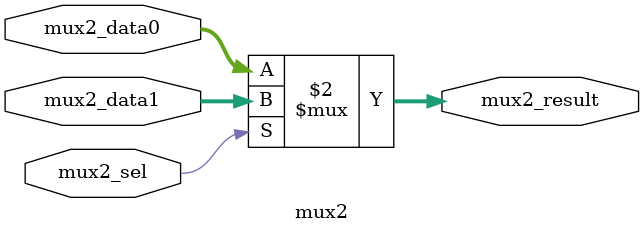
<source format=v>
`timescale 1ps/1ps
module mux2(mux2_data0, 
	          mux2_data1,
	          mux2_sel, 
	          mux2_result);

parameter d_width = 12;
parameter sel_width = 1; //sel_width/2

	input         [d_width-1:0]  	mux2_data0, mux2_data1;
	input         [sel_width-1:0]	mux2_sel;
	output        [d_width-1:0]	 	mux2_result;

	wire           [d_width-1:0]   mux2_result;

assign mux2_result = (mux2_sel == 1'b0)? mux2_data0 : mux2_data1;
	
//always@(mux2_data0, mux2_data1, mux2_sel)
//	begin
//		case(mux2_sel)
//
//		1'b0 : mux2_result = mux2_data0;
//		1'b1 : mux2_result = mux2_data1;
//
//		default mux2_result = 12'b000000000000;
//		endcase
//	end

endmodule


</source>
